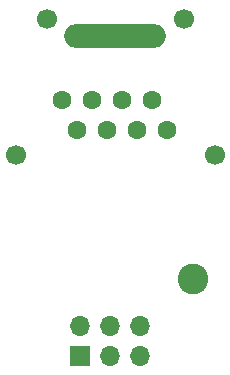
<source format=gbs>
G04 #@! TF.GenerationSoftware,KiCad,Pcbnew,5.1.9*
G04 #@! TF.CreationDate,2021-01-28T17:40:55+01:00*
G04 #@! TF.ProjectId,Teensy4.1_Ethercon_adapter,5465656e-7379-4342-9e31-5f4574686572,1.0*
G04 #@! TF.SameCoordinates,PX80befc0PY6dac2c0*
G04 #@! TF.FileFunction,Soldermask,Bot*
G04 #@! TF.FilePolarity,Negative*
%FSLAX46Y46*%
G04 Gerber Fmt 4.6, Leading zero omitted, Abs format (unit mm)*
G04 Created by KiCad (PCBNEW 5.1.9) date 2021-01-28 17:40:55*
%MOMM*%
%LPD*%
G01*
G04 APERTURE LIST*
%ADD10O,8.600000X2.000000*%
%ADD11C,1.700000*%
%ADD12C,1.600000*%
%ADD13C,2.600000*%
%ADD14O,1.700000X1.700000*%
%ADD15R,1.700000X1.700000*%
G04 APERTURE END LIST*
D10*
X10271968Y29008032D03*
D11*
X4471968Y30458032D03*
X16071968Y30458032D03*
X18696968Y18958032D03*
X1846968Y18958032D03*
D12*
X5821968Y23608032D03*
X7091968Y21068032D03*
X8361968Y23608032D03*
X9631968Y21068032D03*
X10901968Y23608032D03*
X12171968Y21068032D03*
X13441968Y23608032D03*
X14711968Y21068032D03*
D13*
X16871968Y8408032D03*
D14*
X12380000Y4440000D03*
X12380000Y1900000D03*
X9840000Y4440000D03*
X9840000Y1900000D03*
X7300000Y4440000D03*
D15*
X7300000Y1900000D03*
M02*

</source>
